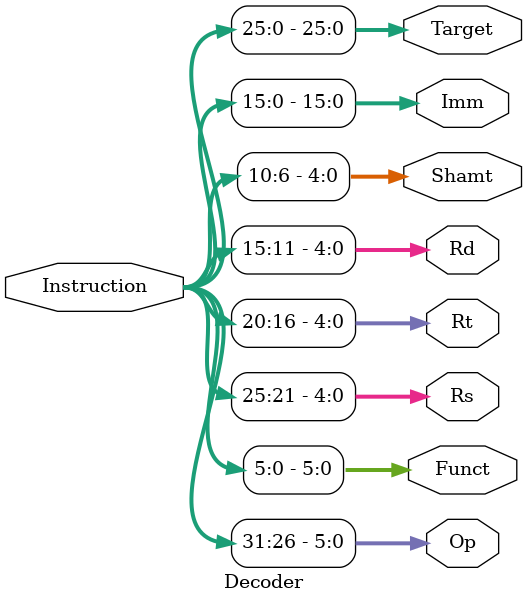
<source format=v>
module Decoder(Instruction,Op,Funct,Rs,Rt,Rd,Imm,Shamt,Target);

//这里的输入输出已经在Control得到详细描述
input [31:0] Instruction;						
output [5:0] Op;
output [5:0] Funct;								
output [4:0] Rs;
output [4:0] Rt;
output [4:0] Rd;
output [4:0] Shamt;					
output [15:0] Imm;								
output [25:0] Target;	

//进行译码
assign {Op,Rs,Rt,Rd,Shamt,Funct}=Instruction;
assign Imm=Instruction[15:0];
assign Target=Instruction[25:0];

endmodule
</source>
